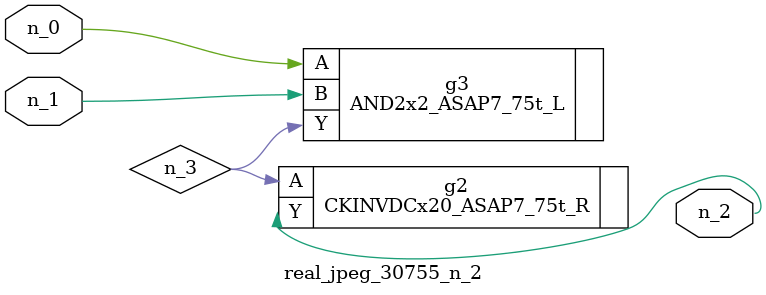
<source format=v>
module real_jpeg_30755_n_2 (n_1, n_0, n_2);

input n_1;
input n_0;

output n_2;

wire n_3;

AND2x2_ASAP7_75t_L g3 ( 
.A(n_0),
.B(n_1),
.Y(n_3)
);

CKINVDCx20_ASAP7_75t_R g2 ( 
.A(n_3),
.Y(n_2)
);


endmodule
</source>
